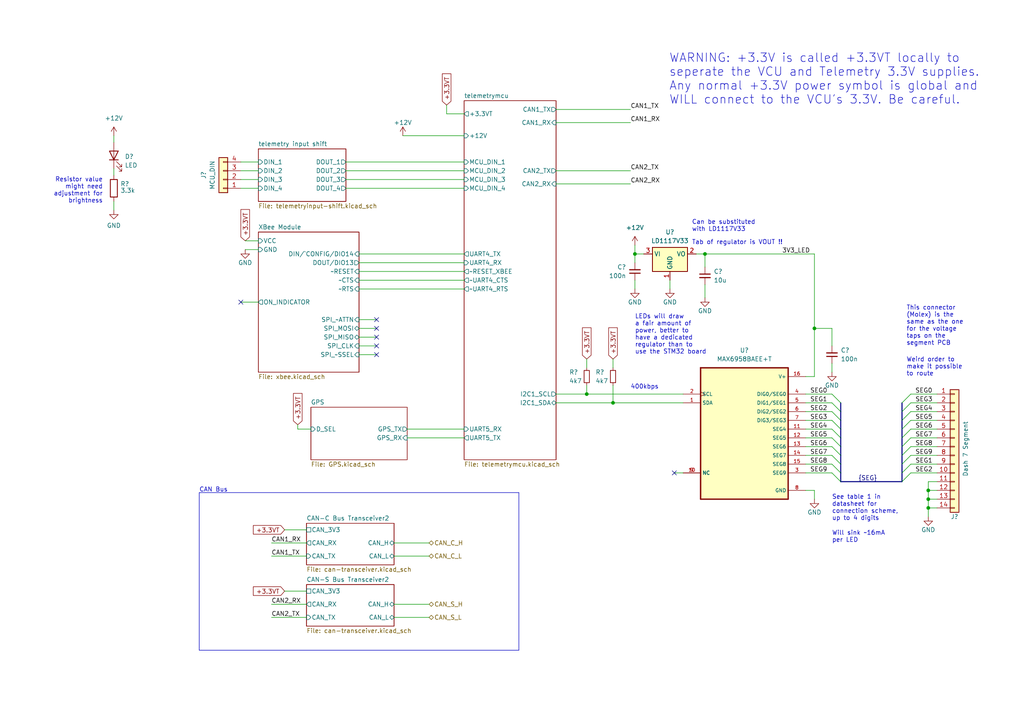
<source format=kicad_sch>
(kicad_sch (version 20230121) (generator eeschema)
  (paper "A4")
  (title_block (title "On-Car Telemetry") (date "2023-12-08") (rev "1.4.0") (company "SUFST - Southampton University Formula Student Team") (comment 1 "STAG X") (comment 2 "Boris Van Griensven"))
  (lib_symbols
    (symbol "Connector_Generic:Conn_01x04" (pin_names (offset 1.016) hide)
      (property "Reference" "J" (at 0 5.08 0))
      (property "Value" "Conn_01x04" (at 0 -7.62 0))
      (symbol "Conn_01x04_1_1"
        (rectangle (start -1.27 -4.953) (end 0 -5.207) (stroke (width 0.1524)))
        (rectangle (start -1.27 -2.413) (end 0 -2.667) (stroke (width 0.1524)))
        (rectangle (start -1.27 0.127) (end 0 -0.127) (stroke (width 0.1524)))
        (rectangle (start -1.27 2.667) (end 0 2.413) (stroke (width 0.1524)))
        (rectangle (start -1.27 3.81) (end 1.27 -6.35) (stroke (width 0.254)) (fill (type background)))
        (pin passive line (at -5.08 2.54 0) (length 3.81) (name "Pin_1") (number "1"))
        (pin passive line (at -5.08 0 0) (length 3.81) (name "Pin_2") (number "2"))
        (pin passive line (at -5.08 -2.54 0) (length 3.81) (name "Pin_3") (number "3"))
        (pin passive line (at -5.08 -5.08 0) (length 3.81) (name "Pin_4") (number "4"))
      )
    )
    (symbol "Connector_Generic:Conn_01x14" (pin_names (offset 1.016) hide)
      (property "Reference" "J" (at 0 17.78 0))
      (property "Value" "Conn_01x14" (at 0 -20.32 0))
      (symbol "Conn_01x14_1_1"
        (rectangle (start -1.27 -17.653) (end 0 -17.907) (stroke (width 0.1524)))
        (rectangle (start -1.27 -15.113) (end 0 -15.367) (stroke (width 0.1524)))
        (rectangle (start -1.27 -12.573) (end 0 -12.827) (stroke (width 0.1524)))
        (rectangle (start -1.27 -10.033) (end 0 -10.287) (stroke (width 0.1524)))
        (rectangle (start -1.27 -7.493) (end 0 -7.747) (stroke (width 0.1524)))
        (rectangle (start -1.27 -4.953) (end 0 -5.207) (stroke (width 0.1524)))
        (rectangle (start -1.27 -2.413) (end 0 -2.667) (stroke (width 0.1524)))
        (rectangle (start -1.27 0.127) (end 0 -0.127) (stroke (width 0.1524)))
        (rectangle (start -1.27 2.667) (end 0 2.413) (stroke (width 0.1524)))
        (rectangle (start -1.27 5.207) (end 0 4.953) (stroke (width 0.1524)))
        (rectangle (start -1.27 7.747) (end 0 7.493) (stroke (width 0.1524)))
        (rectangle (start -1.27 10.287) (end 0 10.033) (stroke (width 0.1524)))
        (rectangle (start -1.27 12.827) (end 0 12.573) (stroke (width 0.1524)))
        (rectangle (start -1.27 15.367) (end 0 15.113) (stroke (width 0.1524)))
        (rectangle (start -1.27 16.51) (end 1.27 -19.05) (stroke (width 0.254)) (fill (type background)))
        (pin passive line (at -5.08 15.24 0) (length 3.81) (name "Pin_1") (number "1"))
        (pin passive line (at -5.08 -7.62 0) (length 3.81) (name "Pin_10") (number "10"))
        (pin passive line (at -5.08 -10.16 0) (length 3.81) (name "Pin_11") (number "11"))
        (pin passive line (at -5.08 -12.7 0) (length 3.81) (name "Pin_12") (number "12"))
        (pin passive line (at -5.08 -15.24 0) (length 3.81) (name "Pin_13") (number "13"))
        (pin passive line (at -5.08 -17.78 0) (length 3.81) (name "Pin_14") (number "14"))
        (pin passive line (at -5.08 12.7 0) (length 3.81) (name "Pin_2") (number "2"))
        (pin passive line (at -5.08 10.16 0) (length 3.81) (name "Pin_3") (number "3"))
        (pin passive line (at -5.08 7.62 0) (length 3.81) (name "Pin_4") (number "4"))
        (pin passive line (at -5.08 5.08 0) (length 3.81) (name "Pin_5") (number "5"))
        (pin passive line (at -5.08 2.54 0) (length 3.81) (name "Pin_6") (number "6"))
        (pin passive line (at -5.08 0 0) (length 3.81) (name "Pin_7") (number "7"))
        (pin passive line (at -5.08 -2.54 0) (length 3.81) (name "Pin_8") (number "8"))
        (pin passive line (at -5.08 -5.08 0) (length 3.81) (name "Pin_9") (number "9"))
      )
    )
    (symbol "Device:C_Small" (pin_numbers hide) (pin_names (offset 0.254) hide)
      (property "Reference" "C" (at 0.254 1.778 0))
      (property "Value" "C_Small" (at 0.254 -2.032 0))
      (symbol "C_Small_0_1"
        (polyline (pts (xy -1.524 -0.508) (xy 1.524 -0.508)) (stroke (width 0.3302)))
        (polyline (pts (xy -1.524 0.508) (xy 1.524 0.508)) (stroke (width 0.3048)))
      )
      (symbol "C_Small_1_1"
        (pin passive line (at 0 2.54 270) (length 2.032) (name "~") (number "1"))
        (pin passive line (at 0 -2.54 90) (length 2.032) (name "~") (number "2"))
      )
    )
    (symbol "Device:LED" (pin_numbers hide) (pin_names (offset 1.016) hide)
      (property "Reference" "D" (at 0 2.54 0))
      (property "Value" "LED" (at 0 -2.54 0))
      (symbol "LED_0_1"
        (polyline (pts (xy -1.27 -1.27) (xy -1.27 1.27)) (stroke (width 0.254)))
        (polyline (pts (xy -1.27 0) (xy 1.27 0)))
        (polyline (pts (xy 1.27 -1.27) (xy 1.27 1.27) (xy -1.27 0) (xy 1.27 -1.27)) (stroke (width 0.254)))
        (polyline (pts (xy -3.048 -0.762) (xy -4.572 -2.286) (xy -3.81 -2.286) (xy -4.572 -2.286) (xy -4.572 -1.524)))
        (polyline (pts (xy -1.778 -0.762) (xy -3.302 -2.286) (xy -2.54 -2.286) (xy -3.302 -2.286) (xy -3.302 -1.524)))
      )
      (symbol "LED_1_1"
        (pin passive line (at -3.81 0 0) (length 2.54) (name "K") (number "1"))
        (pin passive line (at 3.81 0 180) (length 2.54) (name "A") (number "2"))
      )
    )
    (symbol "Device:R" (pin_numbers hide) (pin_names (offset 0))
      (property "Reference" "R" (at 2.032 0 90))
      (property "Value" "R" (at 0 0 90))
      (symbol "R_0_1"
        (rectangle (start -1.016 -2.54) (end 1.016 2.54) (stroke (width 0.254)))
      )
      (symbol "R_1_1"
        (pin passive line (at 0 3.81 270) (length 1.27) (name "~") (number "1"))
        (pin passive line (at 0 -3.81 90) (length 1.27) (name "~") (number "2"))
      )
    )
    (symbol "Device:R_Small" (pin_numbers hide) (pin_names (offset 0.254) hide)
      (property "Reference" "R" (at 0.762 0.508 0))
      (property "Value" "R_Small" (at 0.762 -1.016 0))
      (symbol "R_Small_0_1"
        (rectangle (start -0.762 1.778) (end 0.762 -1.778) (stroke (width 0.2032)))
      )
      (symbol "R_Small_1_1"
        (pin passive line (at 0 2.54 270) (length 0.762) (name "~") (number "1"))
        (pin passive line (at 0 -2.54 90) (length 0.762) (name "~") (number "2"))
      )
    )
    (symbol "SUFST:LD33CV"
      (property "Reference" "U" (at 0 2.54 0))
      (property "Value" "LD33CV" (at 0 0 0))
      (symbol "LD33CV_0_1"
        (rectangle (start -5.08 -1.905) (end 5.08 -8.89) (stroke (width 0.254)) (fill (type background)))
      )
      (symbol "LD33CV_1_1"
        (pin power_in line (at 0 -11.43 90) (length 2.54) (name "GND") (number "1"))
        (pin power_out line (at 7.62 -3.81 180) (length 2.54) (name "VO") (number "2"))
        (pin power_in line (at -7.62 -3.81 0) (length 2.54) (name "VI") (number "3"))
      )
    )
    (symbol "SUFST:MAX6958BAEE+T"
      (property "Reference" "U" (at 0 0 0))
      (property "Value" "MAX6958BAEE+T" (at 0 0 0))
      (symbol "MAX6958BAEE+T_0_0"
        (rectangle (start -12.7 -39.37) (end 12.7 -1.27) (stroke (width 0.41)) (fill (type background)))
        (pin bidirectional line (at -17.78 -11.43 0) (length 5.08) (name "SDA") (number "1"))
        (pin passive line (at -17.78 -31.75 0) (length 5.08) (name "NC") (number "10"))
        (pin output line (at 17.78 -19.05 180) (length 5.08) (name "SEG4") (number "11"))
        (pin output line (at 17.78 -21.59 180) (length 5.08) (name "SEG5") (number "12"))
        (pin output line (at 17.78 -24.13 180) (length 5.08) (name "SEG6") (number "13"))
        (pin output line (at 17.78 -26.67 180) (length 5.08) (name "SEG7") (number "14"))
        (pin output line (at 17.78 -29.21 180) (length 5.08) (name "SEG8") (number "15"))
        (pin power_in line (at 17.78 -3.81 180) (length 5.08) (name "V+") (number "16"))
        (pin input clock (at -17.78 -8.89 0) (length 5.08) (name "SCL") (number "2"))
        (pin output line (at 17.78 -31.75 180) (length 5.08) (name "SEG9") (number "3"))
        (pin output line (at 17.78 -8.89 180) (length 5.08) (name "DIG0/SEG0") (number "4"))
        (pin output line (at 17.78 -11.43 180) (length 5.08) (name "DIG1/SEG1") (number "5"))
        (pin output line (at 17.78 -13.97 180) (length 5.08) (name "DIG2/SEG2") (number "6"))
        (pin output line (at 17.78 -16.51 180) (length 5.08) (name "DIG3/SEG3") (number "7"))
        (pin power_in line (at 17.78 -36.83 180) (length 5.08) (name "GND") (number "8"))
        (pin passive line (at -17.78 -31.75 0) (length 5.08) (name "NC") (number "9"))
      )
    )
    (symbol "power:+12V" (power) (pin_names (offset 0))
      (property "Value" "+12V" (at 0 3.556 0))
      (symbol "+12V_0_1"
        (polyline (pts (xy -0.762 1.27) (xy 0 2.54)))
        (polyline (pts (xy 0 0) (xy 0 2.54)))
        (polyline (pts (xy 0 2.54) (xy 0.762 1.27)))
      )
      (symbol "+12V_1_1"
        (pin power_in line (at 0 0 90) (length 0) hide (name "+12V") (number "1"))
      )
    )
    (symbol "power:GND" (power) (pin_names (offset 0))
      (property "Value" "GND" (at 0 -3.81 0))
      (symbol "GND_0_1"
        (polyline (pts (xy 0 0) (xy 0 -1.27) (xy 1.27 -1.27) (xy 0 -2.54) (xy -1.27 -1.27) (xy 0 -1.27)))
      )
      (symbol "GND_1_1"
        (pin power_in line (at 0 0 270) (length 0) hide (name "GND") (number "1"))
      )
    )
  )
  (bus_alias "SEG" (members "SEG0" "SEG1" "SEG2" "SEG3" "SEG4" "SEG5" "SEG6" "SEG7" "SEG8" "SEG9"))
  (junction (at 170.18 114.3))
  (junction (at 204.47 73.66))
  (junction (at 236.22 95.25))
  (junction (at 269.24 147.32))
  (junction (at 269.24 142.24))
  (junction (at 184.15 73.66))
  (junction (at 269.24 144.78))
  (junction (at 177.8 116.84))
  (no_connect (at 109.22 97.79))
  (no_connect (at 109.22 95.25))
  (no_connect (at 109.22 100.33))
  (no_connect (at 109.22 92.71))
  (no_connect (at 195.58 137.16))
  (no_connect (at 69.85 87.63))
  (no_connect (at 109.22 102.87))
  (bus_entry (at 241.3 114.3) (size 2.54 2.54))
  (bus_entry (at 264.16 114.3) (size -2.54 2.54))
  (bus_entry (at 264.16 127) (size -2.54 2.54))
  (bus_entry (at 241.3 132.08) (size 2.54 2.54))
  (bus_entry (at 264.16 132.08) (size -2.54 2.54))
  (bus_entry (at 241.3 124.46) (size 2.54 2.54))
  (bus_entry (at 264.16 137.16) (size -2.54 2.54))
  (bus_entry (at 241.3 134.62) (size 2.54 2.54))
  (bus_entry (at 241.3 121.92) (size 2.54 2.54))
  (bus_entry (at 264.16 124.46) (size -2.54 2.54))
  (bus_entry (at 241.3 119.38) (size 2.54 2.54))
  (bus_entry (at 264.16 119.38) (size -2.54 2.54))
  (bus_entry (at 241.3 127) (size 2.54 2.54))
  (bus_entry (at 264.16 129.54) (size -2.54 2.54))
  (bus_entry (at 264.16 134.62) (size -2.54 2.54))
  (bus_entry (at 241.3 137.16) (size 2.54 2.54))
  (bus_entry (at 241.3 129.54) (size 2.54 2.54))
  (bus_entry (at 264.16 121.92) (size -2.54 2.54))
  (bus_entry (at 241.3 116.84) (size 2.54 2.54))
  (bus_entry (at 264.16 116.84) (size -2.54 2.54))
  (wire (pts (xy 69.85 54.61) (xy 74.93 54.61)))
  (wire (pts (xy 233.68 119.38) (xy 241.3 119.38)))
  (bus (pts (xy 261.62 124.46) (xy 261.62 127)))
  (polyline (pts (xy 150.495 142.875) (xy 150.495 188.595)))
  (wire (pts (xy 161.29 31.75) (xy 182.88 31.75)))
  (bus (pts (xy 261.62 116.84) (xy 261.62 119.38)))
  (wire (pts (xy 170.18 104.14) (xy 170.18 106.68)))
  (wire (pts (xy 161.29 116.84) (xy 177.8 116.84)))
  (wire (pts (xy 184.15 71.12) (xy 184.15 73.66)))
  (wire (pts (xy 134.62 39.37) (xy 116.84 39.37)))
  (wire (pts (xy 236.22 142.24) (xy 236.22 144.78)))
  (wire (pts (xy 90.17 124.46) (xy 86.36 124.46)))
  (wire (pts (xy 233.68 127) (xy 241.3 127)))
  (wire (pts (xy 204.47 73.66) (xy 204.47 77.47)))
  (wire (pts (xy 33.02 58.42) (xy 33.02 60.96)))
  (wire (pts (xy 118.11 124.46) (xy 134.62 124.46)))
  (bus (pts (xy 243.84 119.38) (xy 243.84 121.92)))
  (wire (pts (xy 104.14 95.25) (xy 109.22 95.25)))
  (wire (pts (xy 114.3 179.07) (xy 124.46 179.07)))
  (wire (pts (xy 78.74 161.29) (xy 88.9 161.29)))
  (polyline (pts (xy 57.785 188.595) (xy 57.785 142.875)))
  (wire (pts (xy 204.47 73.66) (xy 236.22 73.66)))
  (bus (pts (xy 261.62 127) (xy 261.62 129.54)))
  (wire (pts (xy 104.14 100.33) (xy 109.22 100.33)))
  (wire (pts (xy 233.68 114.3) (xy 241.3 114.3)))
  (wire (pts (xy 236.22 95.25) (xy 236.22 109.22)))
  (wire (pts (xy 233.68 142.24) (xy 236.22 142.24)))
  (wire (pts (xy 100.33 54.61) (xy 134.62 54.61)))
  (bus (pts (xy 261.62 134.62) (xy 261.62 137.16)))
  (wire (pts (xy 104.14 92.71) (xy 109.22 92.71)))
  (bus (pts (xy 243.84 121.92) (xy 243.84 124.46)))
  (wire (pts (xy 233.68 121.92) (xy 241.3 121.92)))
  (bus (pts (xy 243.84 116.84) (xy 243.84 119.38)))
  (polyline (pts (xy 57.785 142.875) (xy 150.495 142.875)))
  (wire (pts (xy 69.85 46.99) (xy 74.93 46.99)))
  (wire (pts (xy 86.36 124.46) (xy 86.36 123.19)))
  (wire (pts (xy 233.68 116.84) (xy 241.3 116.84)))
  (wire (pts (xy 264.16 119.38) (xy 271.78 119.38)))
  (wire (pts (xy 264.16 114.3) (xy 271.78 114.3)))
  (wire (pts (xy 269.24 142.24) (xy 271.78 142.24)))
  (bus (pts (xy 243.84 137.16) (xy 243.84 139.7)))
  (wire (pts (xy 184.15 81.28) (xy 184.15 83.82)))
  (wire (pts (xy 177.8 104.14) (xy 177.8 106.68)))
  (wire (pts (xy 269.24 144.78) (xy 271.78 144.78)))
  (wire (pts (xy 264.16 134.62) (xy 271.78 134.62)))
  (wire (pts (xy 269.24 144.78) (xy 269.24 142.24)))
  (wire (pts (xy 241.3 95.25) (xy 241.3 100.33)))
  (wire (pts (xy 78.74 179.07) (xy 88.9 179.07)))
  (wire (pts (xy 104.14 97.79) (xy 109.22 97.79)))
  (wire (pts (xy 233.68 134.62) (xy 241.3 134.62)))
  (wire (pts (xy 104.14 76.2) (xy 134.62 76.2)))
  (bus (pts (xy 261.62 121.92) (xy 261.62 124.46)))
  (wire (pts (xy 198.12 137.16) (xy 195.58 137.16)))
  (wire (pts (xy 184.15 73.66) (xy 184.15 76.2)))
  (wire (pts (xy 170.18 111.76) (xy 170.18 114.3)))
  (wire (pts (xy 104.14 102.87) (xy 109.22 102.87)))
  (wire (pts (xy 236.22 109.22) (xy 233.68 109.22)))
  (wire (pts (xy 161.29 53.34) (xy 182.88 53.34)))
  (bus (pts (xy 243.84 127) (xy 243.84 129.54)))
  (wire (pts (xy 118.11 127) (xy 134.62 127)))
  (wire (pts (xy 69.85 49.53) (xy 74.93 49.53)))
  (bus (pts (xy 243.84 132.08) (xy 243.84 134.62)))
  (wire (pts (xy 71.12 69.85) (xy 74.93 69.85)))
  (bus (pts (xy 243.84 124.46) (xy 243.84 127)))
  (wire (pts (xy 78.74 175.26) (xy 88.9 175.26)))
  (wire (pts (xy 233.68 129.54) (xy 241.3 129.54)))
  (wire (pts (xy 194.31 81.28) (xy 194.31 83.82)))
  (wire (pts (xy 100.33 46.99) (xy 134.62 46.99)))
  (wire (pts (xy 271.78 121.92) (xy 264.16 121.92)))
  (wire (pts (xy 104.14 78.74) (xy 134.62 78.74)))
  (wire (pts (xy 100.33 49.53) (xy 134.62 49.53)))
  (wire (pts (xy 269.24 147.32) (xy 269.24 144.78)))
  (wire (pts (xy 177.8 116.84) (xy 198.12 116.84)))
  (bus (pts (xy 261.62 137.16) (xy 261.62 139.7)))
  (wire (pts (xy 104.14 83.82) (xy 134.62 83.82)))
  (wire (pts (xy 241.3 105.41) (xy 241.3 107.95)))
  (bus (pts (xy 261.62 129.54) (xy 261.62 132.08)))
  (wire (pts (xy 233.68 124.46) (xy 241.3 124.46)))
  (wire (pts (xy 114.3 157.48) (xy 124.46 157.48)))
  (wire (pts (xy 170.18 114.3) (xy 161.29 114.3)))
  (polyline (pts (xy 150.495 188.595) (xy 57.785 188.595)))
  (bus (pts (xy 243.84 134.62) (xy 243.84 137.16)))
  (wire (pts (xy 269.24 147.32) (xy 269.24 149.86)))
  (wire (pts (xy 33.02 39.37) (xy 33.02 41.275)))
  (wire (pts (xy 71.12 72.39) (xy 74.93 72.39)))
  (wire (pts (xy 198.12 114.3) (xy 170.18 114.3)))
  (wire (pts (xy 129.54 33.02) (xy 134.62 33.02)))
  (wire (pts (xy 271.78 127) (xy 264.16 127)))
  (wire (pts (xy 114.3 175.26) (xy 124.46 175.26)))
  (wire (pts (xy 233.68 132.08) (xy 241.3 132.08)))
  (wire (pts (xy 204.47 82.55) (xy 204.47 86.36)))
  (bus (pts (xy 243.84 139.7) (xy 261.62 139.7)))
  (wire (pts (xy 201.93 73.66) (xy 204.47 73.66)))
  (wire (pts (xy 233.68 137.16) (xy 241.3 137.16)))
  (wire (pts (xy 271.78 132.08) (xy 264.16 132.08)))
  (wire (pts (xy 104.14 81.28) (xy 134.62 81.28)))
  (wire (pts (xy 236.22 95.25) (xy 241.3 95.25)))
  (wire (pts (xy 269.24 142.24) (xy 269.24 139.7)))
  (wire (pts (xy 33.02 48.895) (xy 33.02 50.8)))
  (wire (pts (xy 264.16 124.46) (xy 271.78 124.46)))
  (wire (pts (xy 161.29 35.56) (xy 182.88 35.56)))
  (bus (pts (xy 261.62 119.38) (xy 261.62 121.92)))
  (wire (pts (xy 271.78 116.84) (xy 264.16 116.84)))
  (wire (pts (xy 264.16 129.54) (xy 271.78 129.54)))
  (wire (pts (xy 184.15 73.66) (xy 186.69 73.66)))
  (wire (pts (xy 271.78 137.16) (xy 264.16 137.16)))
  (bus (pts (xy 243.84 129.54) (xy 243.84 132.08)))
  (wire (pts (xy 236.22 73.66) (xy 236.22 95.25)))
  (wire (pts (xy 269.24 139.7) (xy 271.78 139.7)))
  (wire (pts (xy 88.9 153.67) (xy 82.55 153.67)))
  (wire (pts (xy 177.8 111.76) (xy 177.8 116.84)))
  (wire (pts (xy 129.54 30.48) (xy 129.54 33.02)))
  (wire (pts (xy 161.29 49.53) (xy 182.88 49.53)))
  (wire (pts (xy 74.93 87.63) (xy 69.85 87.63)))
  (wire (pts (xy 88.9 171.45) (xy 82.55 171.45)))
  (wire (pts (xy 104.14 73.66) (xy 134.62 73.66)))
  (bus (pts (xy 261.62 132.08) (xy 261.62 134.62)))
  (wire (pts (xy 100.33 52.07) (xy 134.62 52.07)))
  (wire (pts (xy 114.3 161.29) (xy 124.46 161.29)))
  (wire (pts (xy 269.24 147.32) (xy 271.78 147.32)))
  (wire (pts (xy 69.85 52.07) (xy 74.93 52.07)))
  (wire (pts (xy 78.74 157.48) (xy 88.9 157.48)))
  (text "This connector\n(Molex) is the \nsame as the one \nfor the voltage \ntaps on the \nsegment PCB" (at 262.89 100.33 0) (effects (font (size 1.27 1.27)) (justify left bottom)))
  (text "Will sink ~16mA\nper LED" (at 241.3 157.48 0) (effects (font (size 1.27 1.27)) (justify left bottom)))
  (text "CAN Bus" (at 57.785 142.875 0) (effects (font (size 1.27 1.27)) (justify left bottom)))
  (text "WARNING: +3.3V is called +3.3VT locally to\nseperate the VCU and Telemetry 3.3V supplies.\nAny normal +3.3V power symbol is global and \nWILL connect to the VCU's 3.3V. Be careful." (at 194.056 30.48 0) (effects (font (size 2.5 2.5)) (justify left bottom)))
  (text "LEDs will draw\na fair amount of \npower, better to\nhave a dedicated\nregulator than to\nuse the STM32 board" (at 184.15 102.87 0) (effects (font (size 1.27 1.27)) (justify left bottom)))
  (text "Tab of regulator is VOUT !!" (at 200.66 71.12 0) (effects (font (size 1.27 1.27)) (justify left bottom)))
  (text "400kbps" (at 182.88 113.03 0) (effects (font (size 1.27 1.27)) (justify left bottom)))
  (text "Resistor value\nmight need\nadjustment for\nbrightness\n" (at 29.845 59.055 0) (effects (font (size 1.27 1.27)) (justify right bottom)))
  (text "See table 1 in\ndatasheet for \nconnection scheme,\nup to 4 digits" (at 241.3 151.13 0) (effects (font (size 1.27 1.27)) (justify left bottom)))
  (text "Weird order to\nmake it possible\nto route" (at 262.89 109.22 0) (effects (font (size 1.27 1.27)) (justify left bottom)))
  (text "Can be substituted \nwith LD1117V33" (at 200.66 67.31 0) (effects (font (size 1.27 1.27)) (justify left bottom)))
  (label "SEG4" (at 234.95 124.46 0))
  (label "CAN1_TX" (at 78.74 161.29 0))
  (label "{SEG}" (at 248.92 139.7 0))
  (label "3V3_LED" (at 234.95 73.66 180))
  (label "SEG0" (at 265.43 114.3 0))
  (label "SEG8" (at 234.95 134.62 0))
  (label "CAN1_RX" (at 78.74 157.48 0))
  (label "SEG4" (at 270.51 119.38 180))
  (label "CAN1_TX" (at 182.88 31.75 0))
  (label "SEG1" (at 270.51 134.62 180))
  (label "SEG8" (at 270.51 129.54 180))
  (label "SEG0" (at 234.95 114.3 0))
  (label "SEG2" (at 234.95 119.38 0))
  (label "SEG1" (at 234.95 116.84 0))
  (label "SEG5" (at 270.51 121.92 180))
  (label "SEG6" (at 270.51 124.46 180))
  (label "CAN2_RX" (at 78.74 175.26 0))
  (label "CAN2_TX" (at 182.88 49.53 0))
  (label "CAN2_RX" (at 182.88 53.34 0))
  (label "SEG6" (at 234.95 129.54 0))
  (label "CAN2_TX" (at 78.74 179.07 0))
  (label "SEG7" (at 234.95 132.08 0))
  (label "SEG3" (at 234.95 121.92 0))
  (label "SEG9" (at 234.95 137.16 0))
  (label "SEG7" (at 270.51 127 180))
  (label "SEG2" (at 270.51 137.16 180))
  (label "CAN1_RX" (at 182.88 35.56 0))
  (label "SEG5" (at 234.95 127 0))
  (label "SEG3" (at 270.51 116.84 180))
  (label "SEG9" (at 270.51 132.08 180))
  (global_label "+3.3VT" (shape input) (at 86.36 123.19 90) (property "Intersheetrefs" "${INTERSHEET_REFS}" (effects hide)))
  (global_label "+3.3VT" (shape input) (at 82.55 171.45 180) (property "Intersheetrefs" "${INTERSHEET_REFS}" (effects hide)))
  (global_label "+3.3VT" (shape input) (at 170.18 104.14 90) (property "Intersheetrefs" "${INTERSHEET_REFS}" (effects hide)))
  (global_label "+3.3VT" (shape input) (at 71.12 69.85 90) (property "Intersheetrefs" "${INTERSHEET_REFS}" (effects hide)))
  (global_label "+3.3VT" (shape input) (at 129.54 30.48 90) (property "Intersheetrefs" "${INTERSHEET_REFS}" (effects hide)))
  (global_label "+3.3VT" (shape input) (at 82.55 153.67 180) (property "Intersheetrefs" "${INTERSHEET_REFS}" (effects hide)))
  (global_label "+3.3VT" (shape input) (at 177.8 104.14 90) (property "Intersheetrefs" "${INTERSHEET_REFS}" (effects hide)))
  (hierarchical_label "CAN_C_L" (shape tri_state) (at 124.46 161.29 0))
  (hierarchical_label "CAN_S_L" (shape tri_state) (at 124.46 179.07 0))
  (hierarchical_label "CAN_S_H" (shape tri_state) (at 124.46 175.26 0))
  (hierarchical_label "CAN_C_H" (shape tri_state) (at 124.46 157.48 0))
  (symbol (lib_id "Device:C_Small") (at 241.3 102.87 180) (unit 1)
    (property "Reference" "C?" (at 243.84 101.5935 0) (effects (justify right)))
    (property "Value" "100n" (at 243.84 104.1335 0) (effects (justify right)))
    (property "Footprint" "Capacitor_SMD:C_0805_2012Metric_Pad1.18x1.45mm_HandSolder" (effects hide))
    (property "Optional" "False" (effects hide))
    (property "Order Code" "80-C0805C104K5RACLR" (effects hide))
    (property "Supplier" "Mouser" (effects hide))
  )
  (symbol (lib_id "Connector_Generic:Conn_01x04") (at 64.77 52.07 180) (unit 1)
    (property "Reference" "J?" (at 59.055 50.8 90))
    (property "Value" "MCU_DIN" (at 61.595 50.8 90))
    (property "Footprint" "Connector_Molex:Molex_Micro-Fit_3.0_43650-0400_1x04_P3.00mm_Horizontal" (effects hide))
    (property "Optional" "False" (effects hide))
    (property "Order Code" "538-43650-0400" (effects hide))
  )
  (symbol (lib_id "Device:R") (at 33.02 54.61 0) (unit 1)
    (property "Reference" "R?" (at 34.925 53.34 0) (effects (justify left)))
    (property "Value" "3.3k" (at 34.925 55.245 0) (effects (justify left)))
    (property "Footprint" "Resistor_SMD:R_0805_2012Metric_Pad1.20x1.40mm_HandSolder" (effects hide))
    (property "Optional" "False" (effects hide))
    (property "Supplier" "Mouser" (effects hide))
  )
  (symbol (lib_id "power:GND") (at 236.22 144.78 0) (unit 1)
    (property "Reference" "#PWR?" (effects hide))
    (property "Value" "GND" (at 236.22 148.59 0))
  )
  (symbol (lib_id "Device:C_Small") (at 204.47 80.01 0) (unit 1)
    (property "Reference" "C?" (at 207.01 78.7462 0) (effects (justify left)))
    (property "Value" "10u" (at 207.01 81.2862 0) (effects (justify left)))
    (property "Footprint" "Capacitor_SMD:C_1210_3225Metric_Pad1.33x2.70mm_HandSolder" (effects hide))
  )
  (symbol (lib_id "Device:R_Small") (at 177.8 109.22 0) (mirror y) (unit 1)
    (property "Reference" "R?" (at 172.72 107.95 0) (effects (justify right)))
    (property "Value" "4k7" (at 172.72 110.49 0) (effects (justify right)))
    (property "Footprint" "Resistor_SMD:R_0805_2012Metric_Pad1.20x1.40mm_HandSolder" (effects hide))
  )
  (symbol (lib_id "Device:R_Small") (at 170.18 109.22 0) (mirror y) (unit 1)
    (property "Reference" "R?" (at 165.1 107.95 0) (effects (justify right)))
    (property "Value" "4k7" (at 165.1 110.49 0) (effects (justify right)))
    (property "Footprint" "Resistor_SMD:R_0805_2012Metric_Pad1.20x1.40mm_HandSolder" (effects hide))
  )
  (symbol (lib_id "Device:LED") (at 33.02 45.085 90) (unit 1)
    (property "Reference" "D?" (at 36.195 45.4024 90) (effects (justify right)))
    (property "Value" "LED" (at 36.195 47.9424 90) (effects (justify right)))
    (property "Footprint" "LED_SMD:LED_0805_2012Metric_Pad1.15x1.40mm_HandSolder" (effects hide))
    (property "Supplier" "Mouser" (effects hide))
    (property "Order Code" "743-IN-S85CS5R" (effects hide))
    (property "Optional" "False" (effects hide))
  )
  (symbol (lib_id "power:GND") (at 33.02 60.96 0) (unit 1)
    (property "Reference" "#PWR?" (effects hide))
    (property "Value" "GND" (at 33.02 65.405 0))
  )
  (symbol (lib_id "SUFST:MAX6958BAEE+T") (at 215.9 105.41 0) (unit 1)
    (property "Reference" "U?" (at 215.9 101.6 0))
    (property "Value" "MAX6958BAEE+T" (at 215.9 104.14 0))
    (property "Footprint" "Package_SO:QSOP-16_3.9x4.9mm_P0.635mm" (effects hide))
    (property "Datasheet" "https://www.mouser.co.uk/datasheet/2/609/MAX6958_MAX6959-3131066.pdf" (effects hide))
    (property "Order Code" "700-MAX6958BAEE" (effects hide))
  )
  (symbol (lib_id "power:GND") (at 241.3 107.95 0) (mirror y) (unit 1)
    (property "Reference" "#PWR?" (effects hide))
    (property "Value" "GND" (at 241.3 111.76 0))
  )
  (symbol (lib_id "power:+12V") (at 184.15 71.12 0) (unit 1)
    (property "Reference" "#PWR?" (effects hide))
    (property "Value" "+12V" (at 184.15 66.04 0))
  )
  (symbol (lib_id "Device:C_Small") (at 184.15 78.74 0) (mirror x) (unit 1)
    (property "Reference" "C?" (at 181.61 77.4635 0) (effects (justify right)))
    (property "Value" "100n" (at 181.61 80.0035 0) (effects (justify right)))
    (property "Footprint" "Capacitor_SMD:C_0805_2012Metric_Pad1.18x1.45mm_HandSolder" (effects hide))
    (property "Optional" "False" (effects hide))
    (property "Order Code" "80-C0805C104K5RACLR" (effects hide))
    (property "Supplier" "Mouser" (effects hide))
  )
  (symbol (lib_id "power:GND") (at 184.15 83.82 0) (unit 1)
    (property "Reference" "#PWR?" (effects hide))
    (property "Value" "GND" (at 184.15 87.63 0))
  )
  (symbol (lib_id "power:+12V") (at 116.84 39.37 0) (unit 1)
    (property "Reference" "#PWR?" (effects hide))
    (property "Value" "+12V" (at 116.84 35.56 0))
  )
  (symbol (lib_id "Connector_Generic:Conn_01x14") (at 276.86 129.54 0) (unit 1)
    (property "Reference" "J?" (at 276.86 149.86 0))
    (property "Value" "Dash 7 Segment" (at 280.035 130.175 90))
    (property "Footprint" "Connector_Molex:Molex_Micro-Fit_3.0_43045-1400_2x07_P3.00mm_Horizontal" (effects hide))
    (property "Order Code" "538-43045-1400" (effects hide))
  )
  (symbol (lib_id "power:GND") (at 204.47 86.36 0) (unit 1)
    (property "Reference" "#PWR?" (effects hide))
    (property "Value" "GND" (at 204.47 90.17 0))
  )
  (symbol (lib_id "power:GND") (at 269.24 149.86 0) (unit 1)
    (property "Reference" "#PWR?" (effects hide))
    (property "Value" "GND" (at 269.24 153.67 0))
  )
  (symbol (lib_id "power:GND") (at 71.12 72.39 0) (unit 1)
    (property "Reference" "#PWR?" (effects hide))
    (property "Value" "GND" (at 71.12 76.2 0))
  )
  (symbol (lib_id "power:GND") (at 194.31 83.82 0) (unit 1)
    (property "Reference" "#PWR?" (effects hide))
    (property "Value" "GND" (at 194.31 87.63 0))
  )
  (symbol (lib_id "SUFST:LD33CV") (at 194.31 69.85 0) (unit 1)
    (property "Reference" "U?" (at 194.31 67.31 0))
    (property "Value" "LD1117V33" (at 194.31 69.85 0))
    (property "Footprint" "Package_TO_SOT_THT:TO-220-3_Horizontal_TabDown" (effects hide))
    (property "Order Code" "511-LD1117V33" (effects hide))
  )
  (symbol (lib_id "power:+12V") (at 33.02 39.37 0) (unit 1)
    (property "Reference" "#PWR?" (effects hide))
    (property "Value" "+12V" (at 33.02 34.29 0))
  )
  (sheet (at 88.9 169.545) (size 25.4 12.065) (stroke (width 0.1524))
    (property "Sheetname" "CAN-S Bus Transceiver2" (at 88.9 168.8334 0) (effects (justify left bottom)))
    (property "Sheetfile" "can-transceiver.kicad_sch" (at 88.9 182.1946 0) (effects (justify left top)))
    (pin "CAN_L" bidirectional (at 114.3 179.07 0))
    (pin "CAN_H" bidirectional (at 114.3 175.26 0))
    (pin "CAN_RX" output (at 88.9 175.26 180))
    (pin "CAN_TX" input (at 88.9 179.07 180))
    (pin "CAN_3V3" passive (at 88.9 171.45 180))
  )
  (sheet (at 134.62 29.21) (size 26.67 104.14) (stroke (width 0.1524))
    (property "Sheetname" "telemetrymcu" (at 134.62 28.4984 0) (effects (justify left bottom)))
    (property "Sheetfile" "telemetrymcu.kicad_sch" (at 134.62 133.9346 0) (effects (justify left top)))
    (pin "UART4_TX" output (at 134.62 73.66 180))
    (pin "+12V" input (at 134.62 39.37 180))
    (pin "UART4_RX" input (at 134.62 76.2 180))
    (pin "CAN2_TX" output (at 161.29 49.53 0))
    (pin "CAN1_RX" input (at 161.29 35.56 0))
    (pin "CAN1_TX" output (at 161.29 31.75 0))
    (pin "CAN2_RX" input (at 161.29 53.34 0))
    (pin "~RESET_XBEE" output (at 134.62 78.74 180))
    (pin "~UART4_CTS" output (at 134.62 81.28 180))
    (pin "~UART4_RTS" output (at 134.62 83.82 180))
    (pin "UART5_TX" output (at 134.62 127 180))
    (pin "UART5_RX" input (at 134.62 124.46 180))
    (pin "MCU_DIN_4" input (at 134.62 54.61 180))
    (pin "MCU_DIN_3" input (at 134.62 52.07 180))
    (pin "MCU_DIN_2" input (at 134.62 49.53 180))
    (pin "MCU_DIN_1" input (at 134.62 46.99 180))
    (pin "I2C1_SDA" bidirectional (at 161.29 116.84 0))
    (pin "I2C1_SCL" output (at 161.29 114.3 0))
    (pin "+3.3VT" output (at 134.62 33.02 180))
  )
  (sheet (at 74.93 43.18) (size 25.4 15.24) (stroke (width 0.1524))
    (property "Sheetname" "telemetry input shift" (at 74.93 42.4684 0) (effects (justify left bottom)))
    (property "Sheetfile" "telemetryinput-shift.kicad_sch" (at 74.93 59.0046 0) (effects (justify left top)))
    (pin "DIN_3" input (at 74.93 52.07 180))
    (pin "DIN_2" input (at 74.93 49.53 180))
    (pin "DIN_1" input (at 74.93 46.99 180))
    (pin "DIN_4" input (at 74.93 54.61 180))
    (pin "DOUT_1" output (at 100.33 46.99 0))
    (pin "DOUT_4" output (at 100.33 54.61 0))
    (pin "DOUT_3" output (at 100.33 52.07 0))
    (pin "DOUT_2" output (at 100.33 49.53 0))
  )
  (sheet (at 88.9 151.765) (size 25.4 12.065) (stroke (width 0.1524))
    (property "Sheetname" "CAN-C Bus Transceiver2" (at 88.9 151.0534 0) (effects (justify left bottom)))
    (property "Sheetfile" "can-transceiver.kicad_sch" (at 88.9 164.4146 0) (effects (justify left top)))
    (pin "CAN_L" bidirectional (at 114.3 161.29 0))
    (pin "CAN_H" bidirectional (at 114.3 157.48 0))
    (pin "CAN_RX" output (at 88.9 157.48 180))
    (pin "CAN_TX" input (at 88.9 161.29 180))
    (pin "CAN_3V3" passive (at 88.9 153.67 180))
  )
  (sheet (at 74.93 67.31) (size 29.21 40.64) (stroke (width 0.1524))
    (property "Sheetname" "XBee Module" (at 74.93 66.5984 0) (effects (justify left bottom)))
    (property "Sheetfile" "xbee.kicad_sch" (at 74.93 108.5346 0) (effects (justify left top)))
    (pin "SPI_~ATTN" input (at 104.14 92.71 0))
    (pin "VCC" input (at 74.93 69.85 180))
    (pin "DOUT{slash}DIO13" output (at 104.14 76.2 0))
    (pin "SPI_MOSI" bidirectional (at 104.14 95.25 0))
    (pin "DIN{slash}`CONFIG{slash}DIO14" input (at 104.14 73.66 0))
    (pin "GND" input (at 74.93 72.39 180))
    (pin "~RESET" input (at 104.14 78.74 0))
    (pin "SPI_MISO" bidirectional (at 104.14 97.79 0))
    (pin "~RTS" input (at 104.14 83.82 0))
    (pin "SPI_CLK" input (at 104.14 100.33 0))
    (pin "SPI_~SSEL" input (at 104.14 102.87 0))
    (pin "ON_INDICATOR" output (at 74.93 87.63 180))
    (pin "~CTS" input (at 104.14 81.28 0))
  )
  (sheet (at 90.17 118.11) (size 27.94 15.24) (stroke (width 0.1524))
    (property "Sheetname" "GPS" (at 90.17 117.3984 0) (effects (justify left bottom)))
    (property "Sheetfile" "GPS.kicad_sch" (at 90.17 133.9346 0) (effects (justify left top)))
    (pin "GPS_TX" output (at 118.11 124.46 0))
    (pin "GPS_RX" input (at 118.11 127 0))
    (pin "D_SEL" input (at 90.17 124.46 180))
  )
)
</source>
